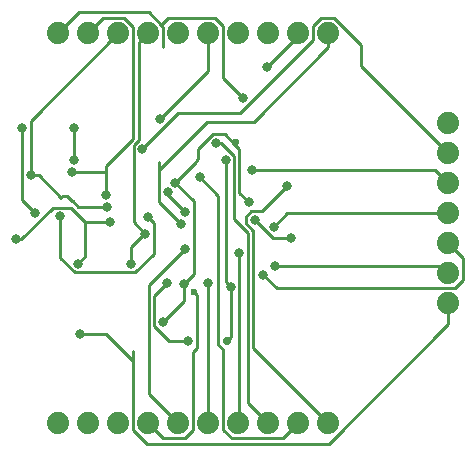
<source format=gbr>
%TF.GenerationSoftware,KiCad,Pcbnew,5.1.8-db9833491~87~ubuntu18.04.1*%
%TF.CreationDate,2020-11-08T14:36:31-03:00*%
%TF.ProjectId,DCI_TP,4443495f-5450-42e6-9b69-6361645f7063,1.0*%
%TF.SameCoordinates,Original*%
%TF.FileFunction,Copper,L2,Bot*%
%TF.FilePolarity,Positive*%
%FSLAX46Y46*%
G04 Gerber Fmt 4.6, Leading zero omitted, Abs format (unit mm)*
G04 Created by KiCad (PCBNEW 5.1.8-db9833491~87~ubuntu18.04.1) date 2020-11-08 14:36:31*
%MOMM*%
%LPD*%
G01*
G04 APERTURE LIST*
%TA.AperFunction,ComponentPad*%
%ADD10C,1.879600*%
%TD*%
%TA.AperFunction,ViaPad*%
%ADD11C,0.800000*%
%TD*%
%TA.AperFunction,ViaPad*%
%ADD12C,0.600000*%
%TD*%
%TA.AperFunction,ViaPad*%
%ADD13C,0.700000*%
%TD*%
%TA.AperFunction,Conductor*%
%ADD14C,0.250000*%
%TD*%
G04 APERTURE END LIST*
D10*
%TO.P,JP3,7*%
%TO.N,/AGND*%
X168821000Y-96114000D03*
%TO.P,JP3,6*%
%TO.N,/GPIO4*%
X168821000Y-98654000D03*
%TO.P,JP3,5*%
%TO.N,/GPIO5*%
X168821000Y-101194000D03*
%TO.P,JP3,4*%
%TO.N,/VCO*%
X168821000Y-103734000D03*
%TO.P,JP3,3*%
%TO.N,/GPIO7*%
X168821000Y-106274000D03*
%TO.P,JP3,2*%
%TO.N,/GPIO6*%
X168821000Y-108814000D03*
%TO.P,JP3,1*%
%TO.N,/LINEIN*%
X168821000Y-111354000D03*
%TD*%
%TO.P,JP2,10*%
%TO.N,/CS*%
X158661000Y-88493600D03*
%TO.P,JP2,9*%
%TO.N,/SCLK*%
X156121000Y-88493600D03*
%TO.P,JP2,8*%
%TO.N,/SI*%
X153581000Y-88493600D03*
%TO.P,JP2,7*%
%TO.N,/SO*%
X151041000Y-88493600D03*
%TO.P,JP2,6*%
%TO.N,/GPIO0*%
X148501000Y-88493600D03*
%TO.P,JP2,5*%
%TO.N,/GPIO1*%
X145961000Y-88493600D03*
%TO.P,JP2,4*%
%TO.N,/LEFT*%
X143421000Y-88493600D03*
%TO.P,JP2,3*%
%TO.N,/GBUF*%
X140881000Y-88493600D03*
%TO.P,JP2,2*%
%TO.N,/RIGHT*%
X138341000Y-88493600D03*
%TO.P,JP2,1*%
%TO.N,/VCC*%
X135801000Y-88493600D03*
%TD*%
%TO.P,JP1,10*%
%TO.N,/MICP*%
X135801000Y-121514000D03*
%TO.P,JP1,9*%
%TO.N,/MICN*%
X138341000Y-121514000D03*
%TO.P,JP1,8*%
%TO.N,/RESET*%
X140881000Y-121514000D03*
%TO.P,JP1,7*%
%TO.N,/DREQ*%
X143421000Y-121514000D03*
%TO.P,JP1,6*%
%TO.N,/GPIO2*%
X145961000Y-121514000D03*
%TO.P,JP1,5*%
%TO.N,/GPIO3*%
X148501000Y-121514000D03*
%TO.P,JP1,4*%
%TO.N,/BSYNC*%
X151041000Y-121514000D03*
%TO.P,JP1,3*%
%TO.N,/TX*%
X153581000Y-121514000D03*
%TO.P,JP1,2*%
%TO.N,/RX*%
X156121000Y-121514000D03*
%TO.P,JP1,1*%
%TO.N,GND*%
X158661000Y-121514000D03*
%TD*%
D11*
%TO.N,/AVDD*%
X140240000Y-104507000D03*
X137500000Y-108000000D03*
X132246000Y-105939000D03*
%TO.N,/IOVDD*%
X151946000Y-102789000D03*
X146491000Y-109733000D03*
X144687000Y-112966000D03*
X145742000Y-101173000D03*
D12*
X150842000Y-97715200D03*
D11*
%TO.N,GND*%
X155213000Y-101403000D03*
%TO.N,/CVDD*%
X145052000Y-109668000D03*
X146843000Y-114562000D03*
D13*
X150096000Y-114562000D03*
D11*
X150406000Y-109955000D03*
X149987000Y-99239100D03*
%TO.N,/LINEIN*%
X137691000Y-114000000D03*
%TO.N,/RX*%
X147814000Y-100691000D03*
%TO.N,/TX*%
X149165000Y-97824700D03*
%TO.N,/BSYNC*%
X151108000Y-107140000D03*
%TO.N,/GPIO3*%
X148501000Y-109646000D03*
%TO.N,/GPIO2*%
X146558000Y-106790000D03*
D12*
%TO.N,/DREQ*%
X147297000Y-110373000D03*
D11*
%TO.N,/CS*%
X146206000Y-104634000D03*
%TO.N,/SCLK*%
X153493000Y-91335800D03*
%TO.N,/GPIO0*%
X144464000Y-95724400D03*
%TO.N,/LEFT*%
X142000000Y-108000000D03*
X143180000Y-105484000D03*
%TO.N,/GBUF*%
X139942000Y-103177000D03*
X133475000Y-100544000D03*
%TO.N,/RIGHT*%
X136986000Y-100227000D03*
X139859000Y-102166000D03*
%TO.N,/VCC*%
X151459000Y-93981700D03*
%TO.N,/GPIO6*%
X154132000Y-108214000D03*
%TO.N,/GPIO7*%
X153187000Y-108952000D03*
%TO.N,/VCO*%
X154067000Y-104874000D03*
%TO.N,/GPIO5*%
X152203000Y-100079000D03*
%TO.N,/GPIO4*%
X142946000Y-98282400D03*
%TO.N,/PWR_FLAG*%
X146546000Y-103632000D03*
X145092000Y-101937000D03*
%TO.N,Net-(C8-Pad1)*%
X152444000Y-104317000D03*
X155548000Y-105841000D03*
%TO.N,Net-(C9-Pad1)*%
X143420000Y-104090000D03*
X136000000Y-104000000D03*
%TO.N,Net-(C10-Pad1)*%
X133822000Y-103744000D03*
X132738000Y-96525400D03*
X137186000Y-96525400D03*
X137186000Y-99205600D03*
%TD*%
D14*
%TO.N,/AVDD*%
X132246000Y-105939000D02*
X132680400Y-105939000D01*
X132680400Y-105939000D02*
X135349200Y-103270200D01*
X135349200Y-103270200D02*
X136883200Y-103270200D01*
X136883200Y-103270200D02*
X138120000Y-104507000D01*
X137500000Y-108000000D02*
X138120000Y-107380000D01*
X138120000Y-107380000D02*
X138120000Y-104507000D01*
X138120000Y-104507000D02*
X140240000Y-104507000D01*
%TO.N,/IOVDD*%
X146491000Y-109733000D02*
X146491000Y-111161000D01*
X146491000Y-111161000D02*
X144687000Y-112966000D01*
X146491000Y-109733000D02*
X147311000Y-108913000D01*
X147311000Y-108913000D02*
X147311000Y-102742000D01*
X147311000Y-102742000D02*
X145742000Y-101173000D01*
X151946000Y-102789000D02*
X151162000Y-102006000D01*
X151162000Y-102006000D02*
X151163000Y-102005000D01*
X151163000Y-102005000D02*
X151163000Y-98288700D01*
X151163000Y-98288700D02*
X150716000Y-97841600D01*
X145742000Y-101173000D02*
X147516000Y-99398100D01*
X147516000Y-99398100D02*
X147516000Y-99306900D01*
X147516000Y-99306900D02*
X147663000Y-99160200D01*
X147663000Y-99160200D02*
X147663000Y-98301000D01*
X147663000Y-98301000D02*
X148893000Y-97070700D01*
X148893000Y-97070700D02*
X149945000Y-97070700D01*
X149945000Y-97070700D02*
X150716000Y-97841600D01*
X150842000Y-97715200D02*
X150716000Y-97841600D01*
%TO.N,GND*%
X158661000Y-121514000D02*
X152306000Y-115159000D01*
X152306000Y-115159000D02*
X152306000Y-105205000D01*
X152306000Y-105205000D02*
X151703000Y-104602000D01*
X151703000Y-104602000D02*
X151703000Y-104020000D01*
X151703000Y-104020000D02*
X152170000Y-103553000D01*
X152170000Y-103553000D02*
X153063000Y-103553000D01*
X153063000Y-103553000D02*
X155213000Y-101403000D01*
%TO.N,/CVDD*%
X145052000Y-109668000D02*
X143961000Y-110758000D01*
X143961000Y-110758000D02*
X143961000Y-113325000D01*
X143961000Y-113325000D02*
X145198000Y-114562000D01*
X145198000Y-114562000D02*
X146843000Y-114562000D01*
X150406000Y-109955000D02*
X150406000Y-114252000D01*
X150406000Y-114252000D02*
X150096000Y-114562000D01*
X149987000Y-99239100D02*
X149987000Y-109536000D01*
X149987000Y-109536000D02*
X150406000Y-109955000D01*
%TO.N,/LINEIN*%
X142151000Y-116284700D02*
X139866300Y-114000000D01*
X139866300Y-114000000D02*
X137691000Y-114000000D01*
X142151000Y-116284700D02*
X142151000Y-115379000D01*
X168821000Y-111354000D02*
X168821000Y-113156000D01*
X168821000Y-113156000D02*
X158725000Y-123251000D01*
X158725000Y-123251000D02*
X143346000Y-123251000D01*
X143346000Y-123251000D02*
X142151000Y-122056000D01*
X142151000Y-122056000D02*
X142151000Y-116284700D01*
%TO.N,/RX*%
X147814000Y-100691000D02*
X149371000Y-102248000D01*
X149371000Y-102248000D02*
X149371000Y-114862000D01*
X149371000Y-114862000D02*
X149771000Y-115262000D01*
X149771000Y-115262000D02*
X149771000Y-122056000D01*
X149771000Y-122056000D02*
X150506000Y-122791000D01*
X150506000Y-122791000D02*
X154844000Y-122791000D01*
X154844000Y-122791000D02*
X156121000Y-121514000D01*
%TO.N,/TX*%
X153581000Y-121514000D02*
X151856000Y-119789000D01*
X151856000Y-119789000D02*
X151856000Y-105392000D01*
X151856000Y-105392000D02*
X150712000Y-104248000D01*
X150712000Y-104248000D02*
X150712000Y-98930100D01*
X150712000Y-98930100D02*
X149607000Y-97824700D01*
X149607000Y-97824700D02*
X149165000Y-97824700D01*
%TO.N,/BSYNC*%
X151041000Y-121514000D02*
X151131000Y-121424000D01*
X151131000Y-121424000D02*
X151131000Y-107163000D01*
X151131000Y-107163000D02*
X151108000Y-107140000D01*
%TO.N,/GPIO3*%
X148501000Y-121514000D02*
X148501000Y-109646000D01*
%TO.N,/GPIO2*%
X146558000Y-106790000D02*
X143511000Y-109837000D01*
X143511000Y-109837000D02*
X143511000Y-119064000D01*
X143511000Y-119064000D02*
X145961000Y-121514000D01*
%TO.N,/DREQ*%
X143421000Y-121514000D02*
X144703000Y-122796000D01*
X144703000Y-122796000D02*
X146507000Y-122796000D01*
X146507000Y-122796000D02*
X147231000Y-122072000D01*
X147231000Y-122072000D02*
X147231000Y-115475000D01*
X147231000Y-115475000D02*
X147569000Y-115137000D01*
X147569000Y-115137000D02*
X147569000Y-110644000D01*
X147569000Y-110644000D02*
X147297000Y-110373000D01*
%TO.N,/CS*%
X144337000Y-100050000D02*
X144337000Y-102766000D01*
X144337000Y-102766000D02*
X146206000Y-104634000D01*
X158661000Y-88493600D02*
X158661000Y-89695500D01*
X158661000Y-89695500D02*
X152360000Y-95996700D01*
X152360000Y-95996700D02*
X148390000Y-95996700D01*
X148390000Y-95996700D02*
X144337000Y-100050000D01*
X144337000Y-99426900D02*
X144337000Y-100050000D01*
%TO.N,/SCLK*%
X156121000Y-88493600D02*
X156121000Y-88707400D01*
X156121000Y-88707400D02*
X153493000Y-91335800D01*
%TO.N,/GPIO0*%
X148501000Y-88493600D02*
X148501000Y-91687900D01*
X148501000Y-91687900D02*
X144464000Y-95724400D01*
%TO.N,/LEFT*%
X143089000Y-105484000D02*
X142000000Y-106573000D01*
X142000000Y-106573000D02*
X142000000Y-108000000D01*
X143089000Y-105484000D02*
X142998000Y-105484000D01*
X143180000Y-105484000D02*
X143089000Y-105484000D01*
X143421000Y-88493600D02*
X142695000Y-89219700D01*
X142695000Y-89219700D02*
X142695000Y-97507400D01*
X142695000Y-97507400D02*
X142220000Y-97982000D01*
X142220000Y-97982000D02*
X142220000Y-104524000D01*
X142220000Y-104524000D02*
X143180000Y-105484000D01*
%TO.N,/GBUF*%
X139942000Y-103177000D02*
X137483000Y-103177000D01*
X137483000Y-103177000D02*
X137033000Y-102727000D01*
X137033000Y-102727000D02*
X136977000Y-102727000D01*
X136977000Y-102727000D02*
X136538000Y-102287000D01*
X136538000Y-102287000D02*
X136164000Y-102287000D01*
X136164000Y-102287000D02*
X136032000Y-102419000D01*
X136032000Y-102419000D02*
X134157000Y-100544000D01*
X134157000Y-100544000D02*
X133475000Y-100544000D01*
X140881000Y-88493600D02*
X133475000Y-95899900D01*
X133475000Y-95899900D02*
X133475000Y-100544000D01*
%TO.N,/RIGHT*%
X139859000Y-100227000D02*
X139859000Y-102166000D01*
X138341000Y-88493600D02*
X139646000Y-87188100D01*
X139646000Y-87188100D02*
X141393000Y-87188100D01*
X141393000Y-87188100D02*
X142151000Y-87945800D01*
X142151000Y-87945800D02*
X142151000Y-97414500D01*
X142151000Y-97414500D02*
X139859000Y-99706500D01*
X139859000Y-99706500D02*
X139859000Y-100227000D01*
X136986000Y-100227000D02*
X139859000Y-100227000D01*
%TO.N,/VCC*%
X144691000Y-89646600D02*
X144691000Y-87965400D01*
X144691000Y-87965400D02*
X144550000Y-87824600D01*
X144550000Y-87824600D02*
X143463000Y-86737700D01*
X143463000Y-86737700D02*
X137557000Y-86737700D01*
X137557000Y-86737700D02*
X135801000Y-88493600D01*
X144550000Y-87824600D02*
X145146000Y-87228400D01*
X145146000Y-87228400D02*
X149089000Y-87228400D01*
X149089000Y-87228400D02*
X149771000Y-87910400D01*
X149771000Y-87910400D02*
X149771000Y-92293400D01*
X149771000Y-92293400D02*
X151459000Y-93981700D01*
%TO.N,/GPIO6*%
X154132000Y-108214000D02*
X168221000Y-108214000D01*
X168221000Y-108214000D02*
X168821000Y-108814000D01*
%TO.N,/GPIO7*%
X168821000Y-106274000D02*
X170098000Y-107550000D01*
X170098000Y-107550000D02*
X170098000Y-109364000D01*
X170098000Y-109364000D02*
X169378000Y-110084000D01*
X169378000Y-110084000D02*
X154319000Y-110084000D01*
X154319000Y-110084000D02*
X153187000Y-108952000D01*
%TO.N,/VCO*%
X168821000Y-103734000D02*
X155207000Y-103734000D01*
X155207000Y-103734000D02*
X154067000Y-104874000D01*
%TO.N,/GPIO5*%
X168821000Y-101194000D02*
X167706000Y-100079000D01*
X167706000Y-100079000D02*
X152203000Y-100079000D01*
%TO.N,/GPIO4*%
X168821000Y-98654000D02*
X161435000Y-91267900D01*
X161435000Y-91267900D02*
X161435000Y-89477900D01*
X161435000Y-89477900D02*
X159185000Y-87228400D01*
X159185000Y-87228400D02*
X158068000Y-87228400D01*
X158068000Y-87228400D02*
X157391000Y-87905600D01*
X157391000Y-87905600D02*
X157391000Y-89080400D01*
X157391000Y-89080400D02*
X151231000Y-95240500D01*
X151231000Y-95240500D02*
X145988000Y-95240500D01*
X145988000Y-95240500D02*
X142946000Y-98282400D01*
%TO.N,/PWR_FLAG*%
X146546000Y-103632000D02*
X145092000Y-102178000D01*
X145092000Y-102178000D02*
X145092000Y-101937000D01*
%TO.N,Net-(C8-Pad1)*%
X155548000Y-105841000D02*
X153967000Y-105841000D01*
X153967000Y-105841000D02*
X152444000Y-104317000D01*
%TO.N,Net-(C9-Pad1)*%
X143906000Y-105871000D02*
X143906000Y-107158100D01*
X143906000Y-107158100D02*
X142325000Y-108739100D01*
X142325000Y-108739100D02*
X137201500Y-108739100D01*
X137201500Y-108739100D02*
X136000000Y-107537600D01*
X136000000Y-107537600D02*
X136000000Y-104000000D01*
X143420000Y-104090000D02*
X143906000Y-104576000D01*
X143906000Y-104576000D02*
X143906000Y-105871000D01*
%TO.N,Net-(C10-Pad1)*%
X133822000Y-103744000D02*
X132738000Y-102660000D01*
X132738000Y-102660000D02*
X132738000Y-96525400D01*
X137186000Y-96525400D02*
X137186000Y-99205600D01*
%TD*%
M02*

</source>
